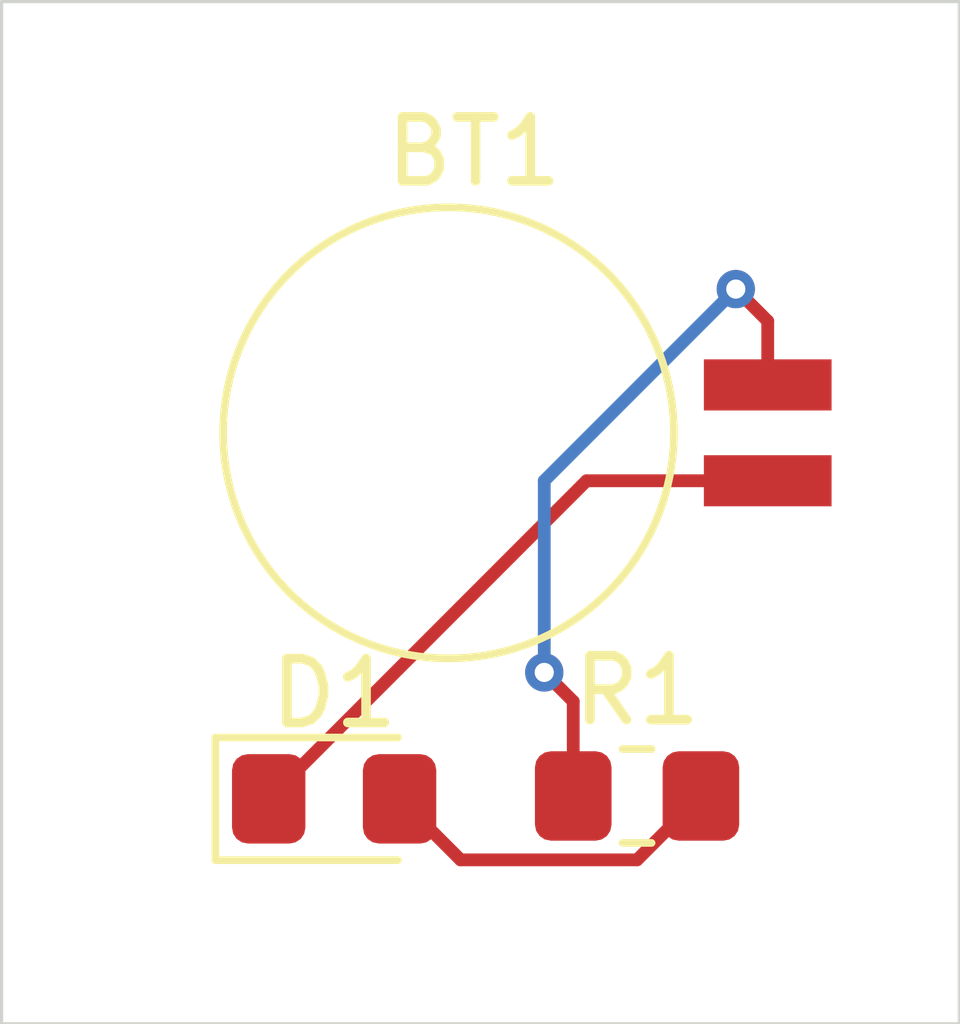
<source format=kicad_pcb>
(kicad_pcb (version 20240108) (generator "pcbnew") (generator_version "8.0")
  (title_block (title "LED Demo") (date "2024-10-08") (rev "1.0"))
  (layers (0 "F.Cu" signal) (31 "B.Cu" signal) (34 "B.Paste" user) (35 "F.Paste" user) (36 "B.SilkS" user "B.Silkscreen") (37 "F.SilkS" user "F.Silkscreen") (38 "B.Mask" user) (39 "F.Mask" user) (44 "Edge.Cuts" user))
  (net 0 "")
  (net 1 "Net-(BT1--)")
  (net 2 "Net-(BT1-+)")
  (net 3 "Net-(D1-A)")
  (footprint "Resistor_SMD:R_0805_2012Metric_Pad1.20x1.40mm_HandSolder" (layer "F.Cu") (at 69.953796 57.433796)
    (property "Reference" "R1" (at 0 -1.65 0) (layer "F.SilkS"))
    (property "Value" "R")
    (fp_line (start -0.227064 -0.735) (end 0.227064 -0.735) (stroke (width 0.12)) (layer "F.SilkS"))
    (fp_line (start -0.227064 0.735) (end 0.227064 0.735) (stroke (width 0.12)) (layer "F.SilkS"))
    (pad "1" smd roundrect (at -1 0) (size 1.2 1.4) (layers "F.Cu" "F.Paste" "F.Mask") (roundrect_rratio 0.208333) (net 2 "Net-(BT1-+)"))
    (pad "2" smd roundrect (at 1 0) (size 1.2 1.4) (layers "F.Cu" "F.Paste" "F.Mask") (roundrect_rratio 0.208333) (net 3 "Net-(D1-A)"))
  )
  (footprint "Battery:BatteryHolder_Seiko_MS621F" (layer "F.Cu") (at 72 51.75)
    (property "Reference" "BT1" (at -4.6 -4.4 0) (layer "F.SilkS"))
    (property "Value" "Battery_Cell")
    (fp_circle (center -5 0) (end -1.47 0) (stroke (width 0.12)) (fill none) (layer "F.SilkS"))
    (pad "1" smd rect (at 0 -0.75) (size 2 0.8) (layers "F.Cu" "F.Paste" "F.Mask") (net 2 "Net-(BT1-+)"))
    (pad "2" smd rect (at 0 0.75) (size 2 0.8) (layers "F.Cu" "F.Paste" "F.Mask") (net 1 "Net-(BT1--)"))
  )
  (footprint "LED_SMD:LED_0805_2012Metric_Pad1.15x1.40mm_HandSolder" (layer "F.Cu") (at 65.208796 57.478796)
    (property "Reference" "D1" (at 0 -1.65 0) (layer "F.SilkS"))
    (property "Value" "LED")
    (fp_line (start -1.86 -0.96) (end -1.86 0.96) (stroke (width 0.12)) (layer "F.SilkS"))
    (fp_line (start -1.86 0.96) (end 1 0.96) (stroke (width 0.12)) (layer "F.SilkS"))
    (fp_line (start 1 -0.96) (end -1.86 -0.96) (stroke (width 0.12)) (layer "F.SilkS"))
    (pad "1" smd roundrect (at -1.025 0) (size 1.15 1.4) (layers "F.Cu" "F.Paste" "F.Mask") (roundrect_rratio 0.217391) (net 1 "Net-(BT1--)"))
    (pad "2" smd roundrect (at 1.025 0) (size 1.15 1.4) (layers "F.Cu" "F.Paste" "F.Mask") (roundrect_rratio 0.217391) (net 3 "Net-(D1-A)"))
  )
  (gr_rect (start 60 45) (end 75 61) (stroke (width 0.05)) (fill none) (layer "Edge.Cuts"))
  (segment (start 72 52.5) (end 69.162592 52.5) (width 0.2) (layer "F.Cu") (net 1))
  (segment (start 69.162592 52.5) (end 64.183796 57.478796) (width 0.2) (layer "F.Cu") (net 1))
  (segment (start 72 51) (end 72 50) (width 0.2) (layer "F.Cu") (net 2))
  (segment (start 72 50) (end 71.5 49.5) (width 0.2) (layer "F.Cu") (net 2))
  (segment (start 68.5 55.5) (end 68.953796 55.953796) (width 0.2) (layer "F.Cu") (net 2))
  (segment (start 68.953796 55.953796) (end 68.953796 57.433796) (width 0.2) (layer "F.Cu") (net 2))
  (via (at 68.5 55.5) (size 0.6) (drill 0.3) (layers "F.Cu" "B.Cu") (net 2))
  (via (at 71.5 49.5) (size 0.6) (drill 0.3) (layers "F.Cu" "B.Cu") (net 2))
  (segment (start 71.5 49.5) (end 68.5 52.5) (width 0.2) (layer "B.Cu") (net 2))
  (segment (start 68.5 52.5) (end 68.5 55.5) (width 0.2) (layer "B.Cu") (net 2))
  (segment (start 70.953796 57.433796) (end 69.953796 58.433796) (width 0.2) (layer "F.Cu") (net 3))
  (segment (start 67.188796 58.433796) (end 66.233796 57.478796) (width 0.2) (layer "F.Cu") (net 3))
  (segment (start 69.953796 58.433796) (end 67.188796 58.433796) (width 0.2) (layer "F.Cu") (net 3))
)
</source>
